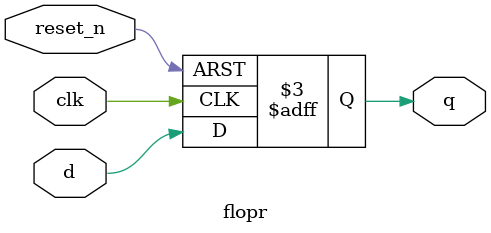
<source format=sv>
module floper #(
    parameter int Width = 1,
    parameter logic[Width-1:0] ResetValue = '0
)(
    input logic clk, reset_n, en,
    input logic[Width-1:0] d,
    output logic[Width-1:0] q
);
    always_ff @(posedge clk or negedge reset_n) begin
        if (~reset_n) q <= ResetValue;
        else if (en) q <= d;
    end
endmodule

// Register with async reset
module flopr #(
    parameter int Width = 1,
    parameter logic[Width-1:0] ResetValue = '0
)(
    input logic clk, reset_n,
    input logic[Width-1:0] d,
    output logic[Width-1:0] q
);
    always_ff @(posedge clk or negedge reset_n) begin
        if (~reset_n) q <= ResetValue;
        else q <= d;
    end
endmodule

</source>
